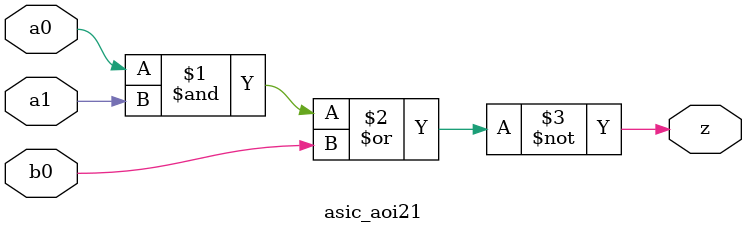
<source format=v>

module asic_aoi21
  (
   input  a0,
   input  a1,
   input  b0,
   output z
   );

   assign z = ~((a0 & a1) | b0);

endmodule

</source>
